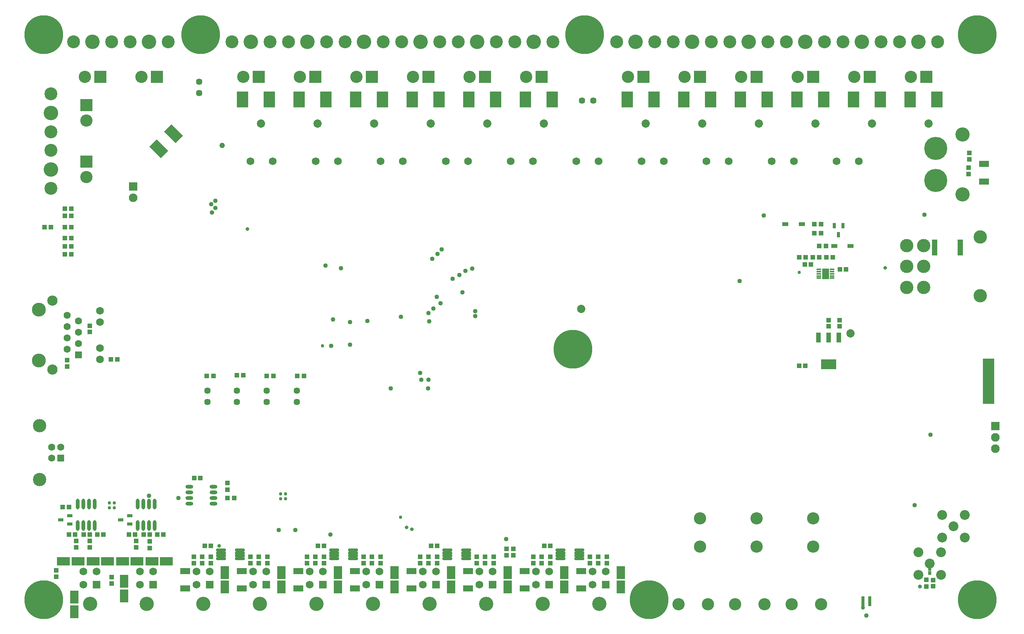
<source format=gbr>
%TF.GenerationSoftware,Altium Limited,Altium Designer,22.3.1 (43)*%
G04 Layer_Color=16711935*
%FSLAX26Y26*%
%MOIN*%
%TF.SameCoordinates,F0E5A86D-29B0-4C41-8DB9-0BED1FB65684*%
%TF.FilePolarity,Negative*%
%TF.FileFunction,Soldermask,Bot*%
%TF.Part,Single*%
G01*
G75*
%TA.AperFunction,ViaPad*%
%ADD100C,0.032000*%
%ADD103C,0.040000*%
%TA.AperFunction,NonConductor*%
%ADD128R,0.100000X0.400000*%
%TA.AperFunction,SMDPad,CuDef*%
%ADD129R,0.039496X0.043433*%
%ADD130R,0.039496X0.017449*%
%ADD131R,0.063118X0.096583*%
%ADD132R,0.029654X0.033591*%
%ADD133R,0.041465X0.039496*%
%ADD134R,0.043433X0.039496*%
%ADD135O,0.069024X0.031622*%
%ADD136O,0.090677X0.025716*%
%ADD137R,0.090677X0.058000*%
%ADD138R,0.074929X0.118236*%
%ADD139R,0.039496X0.041465*%
%ADD140R,0.055244X0.035559*%
%ADD141R,0.031622X0.045402*%
%ADD142R,0.100520X0.141858*%
%ADD143R,0.137921X0.086740*%
%ADD144R,0.043433X0.086740*%
%ADD145R,0.051307X0.139890*%
%ADD146R,0.027685X0.090677*%
%ADD147O,0.031622X0.094614*%
%ADD148R,0.118236X0.074929*%
%ADD149R,0.045402X0.031622*%
G04:AMPARAMS|DCode=150|XSize=143.827mil|YSize=92.646mil|CornerRadius=0mil|HoleSize=0mil|Usage=FLASHONLY|Rotation=315.000|XOffset=0mil|YOffset=0mil|HoleType=Round|Shape=Rectangle|*
%AMROTATEDRECTD150*
4,1,4,-0.083606,0.018095,-0.018095,0.083606,0.083606,-0.018095,0.018095,-0.083606,-0.083606,0.018095,0.0*
%
%ADD150ROTATEDRECTD150*%

%TA.AperFunction,ComponentPad*%
%ADD151C,0.040000*%
%ADD152C,0.118236*%
%ADD153C,0.063118*%
%ADD154R,0.063118X0.063118*%
%ADD155C,0.342646*%
%ADD156C,0.086740*%
%ADD157C,0.118000*%
%ADD158C,0.073000*%
%ADD159C,0.108000*%
%ADD160C,0.076898*%
%ADD161R,0.076898X0.076898*%
%ADD162R,0.108000X0.108000*%
%ADD163C,0.128079*%
%ADD164C,0.114299*%
%ADD165C,0.068000*%
%ADD166C,0.126110*%
%ADD167C,0.204850*%
%ADD168R,0.068000X0.068000*%
%ADD169R,0.108000X0.108000*%
%ADD170C,0.057213*%
%ADD171C,0.069024*%
%ADD172C,0.090677*%
%ADD173C,0.122764*%
%TA.AperFunction,ViaPad*%
%ADD174C,0.030000*%
%ADD175C,0.048000*%
%ADD176C,0.036000*%
D100*
X3050205Y4530000D02*
D03*
X8687005Y4185000D02*
D03*
X2800787Y1725000D02*
D03*
X4458110Y1887102D02*
D03*
X4504331Y1872756D02*
D03*
D103*
X7400000Y4070000D02*
D03*
X8521312Y1108584D02*
D03*
X8945000Y2085851D02*
D03*
X9085306Y2710000D02*
D03*
D128*
X9600000Y3181096D02*
D03*
D129*
X1841732Y3374843D02*
D03*
X1900787D02*
D03*
X8165472Y4280000D02*
D03*
X8224528D02*
D03*
X8118947Y4491120D02*
D03*
X8059892D02*
D03*
X8163507Y4378759D02*
D03*
X8104452D02*
D03*
X8059889Y4572010D02*
D03*
X8118944D02*
D03*
X8045512Y4280000D02*
D03*
X8104567D02*
D03*
X1415472Y2070000D02*
D03*
X1474527D02*
D03*
X2933623Y2148739D02*
D03*
X2874568D02*
D03*
X3279528Y3230000D02*
D03*
X3220472D02*
D03*
X3014528Y3235000D02*
D03*
X2955472D02*
D03*
X2690472Y3230000D02*
D03*
X2749528D02*
D03*
X3549528D02*
D03*
X3490472D02*
D03*
X1435473Y4305000D02*
D03*
X1494528D02*
D03*
X1435473Y4375000D02*
D03*
X1494528D02*
D03*
X1435473Y4645000D02*
D03*
X1494528D02*
D03*
X1435473Y4450000D02*
D03*
X1494528D02*
D03*
X1435473Y4710000D02*
D03*
X1494528D02*
D03*
D130*
X8215989Y4172301D02*
D03*
Y4152616D02*
D03*
Y4132931D02*
D03*
Y4113246D02*
D03*
Y4093561D02*
D03*
X8101028Y4172301D02*
D03*
Y4152616D02*
D03*
Y4132931D02*
D03*
Y4113246D02*
D03*
Y4093561D02*
D03*
D131*
X8158509Y4132931D02*
D03*
D132*
X9080000Y1521102D02*
D03*
Y1483701D02*
D03*
D133*
X9110000Y1422559D02*
D03*
Y1367441D02*
D03*
X3225000Y1572441D02*
D03*
Y1627559D02*
D03*
X4225000Y1572441D02*
D03*
Y1627559D02*
D03*
X5225000Y1572441D02*
D03*
Y1627559D02*
D03*
X6225000Y1572441D02*
D03*
Y1627559D02*
D03*
X8282025Y3722377D02*
D03*
Y3667258D02*
D03*
X8187025Y3722377D02*
D03*
Y3667258D02*
D03*
X1850000Y1392441D02*
D03*
Y1447559D02*
D03*
X2725000Y1627559D02*
D03*
Y1572441D02*
D03*
X3725000Y1627559D02*
D03*
Y1572441D02*
D03*
X4725000Y1627559D02*
D03*
Y1572441D02*
D03*
X5725000Y1627559D02*
D03*
Y1572441D02*
D03*
X1360000Y1452441D02*
D03*
Y1507559D02*
D03*
X1455000Y3312441D02*
D03*
Y3367559D02*
D03*
X1655000Y3672559D02*
D03*
Y3617441D02*
D03*
D134*
X9050000Y1424527D02*
D03*
Y1365472D02*
D03*
X2575000Y1629527D02*
D03*
Y1570472D02*
D03*
X3150000Y1570473D02*
D03*
Y1629528D02*
D03*
X3575000Y1629527D02*
D03*
Y1570472D02*
D03*
X4150000Y1570473D02*
D03*
Y1629528D02*
D03*
X4575000Y1629527D02*
D03*
Y1570472D02*
D03*
X5150000Y1570473D02*
D03*
Y1629528D02*
D03*
X5575000Y1629527D02*
D03*
Y1570472D02*
D03*
X6150000Y1570473D02*
D03*
Y1629528D02*
D03*
X9429353Y5144176D02*
D03*
Y5203231D02*
D03*
X2872596Y2280869D02*
D03*
Y2221814D02*
D03*
X2065000Y1769528D02*
D03*
Y1710473D02*
D03*
X2185000Y1764528D02*
D03*
Y1705473D02*
D03*
X1655068Y1769528D02*
D03*
Y1710473D02*
D03*
X1535000Y1769528D02*
D03*
Y1710473D02*
D03*
X3075000Y1570472D02*
D03*
Y1629527D02*
D03*
X2650000Y1629528D02*
D03*
Y1570473D02*
D03*
X4075000Y1570472D02*
D03*
Y1629527D02*
D03*
X3650000Y1629528D02*
D03*
Y1570473D02*
D03*
X4650000Y1629528D02*
D03*
Y1570473D02*
D03*
X5075000Y1570472D02*
D03*
Y1629527D02*
D03*
X5650000Y1629528D02*
D03*
Y1570473D02*
D03*
X6075000Y1570472D02*
D03*
Y1629527D02*
D03*
X5338976Y1640158D02*
D03*
Y1699213D02*
D03*
X5398499Y1699218D02*
D03*
Y1640163D02*
D03*
X9424353Y5013483D02*
D03*
Y5072538D02*
D03*
D135*
X2537951Y2099412D02*
D03*
Y2149412D02*
D03*
Y2199412D02*
D03*
Y2249412D02*
D03*
X2750550Y2099412D02*
D03*
Y2149412D02*
D03*
Y2199412D02*
D03*
Y2249412D02*
D03*
D136*
X2816339Y1611614D02*
D03*
Y1637205D02*
D03*
Y1662795D02*
D03*
Y1688386D02*
D03*
X2983661Y1611614D02*
D03*
Y1637205D02*
D03*
Y1662795D02*
D03*
Y1688386D02*
D03*
X3816339Y1611614D02*
D03*
Y1637205D02*
D03*
Y1662795D02*
D03*
Y1688386D02*
D03*
X3983661Y1611614D02*
D03*
Y1637205D02*
D03*
Y1662795D02*
D03*
Y1688386D02*
D03*
X4816339Y1611614D02*
D03*
Y1637205D02*
D03*
Y1662795D02*
D03*
Y1688386D02*
D03*
X4983661Y1611614D02*
D03*
Y1637205D02*
D03*
Y1662795D02*
D03*
Y1688386D02*
D03*
X5816339Y1611614D02*
D03*
Y1637205D02*
D03*
Y1662795D02*
D03*
Y1688386D02*
D03*
X5983661Y1611614D02*
D03*
Y1637205D02*
D03*
Y1662795D02*
D03*
Y1688386D02*
D03*
D137*
X3000000Y1503150D02*
D03*
Y1346850D02*
D03*
X4000000Y1503150D02*
D03*
Y1346850D02*
D03*
X5000000Y1503150D02*
D03*
Y1346850D02*
D03*
X6000000Y1503150D02*
D03*
Y1346850D02*
D03*
X2500000D02*
D03*
Y1503150D02*
D03*
X3500000Y1346850D02*
D03*
Y1503150D02*
D03*
X4500000Y1346850D02*
D03*
Y1503150D02*
D03*
X5500000Y1346850D02*
D03*
Y1503150D02*
D03*
X9560923Y4947599D02*
D03*
Y5103898D02*
D03*
D138*
X3350000Y1361024D02*
D03*
Y1488976D02*
D03*
X4350000Y1361024D02*
D03*
Y1488976D02*
D03*
X5350000Y1361024D02*
D03*
Y1488976D02*
D03*
X6350000Y1361024D02*
D03*
Y1488976D02*
D03*
X1959764Y1282874D02*
D03*
Y1410827D02*
D03*
X2850000Y1488976D02*
D03*
Y1361024D02*
D03*
X3850000Y1488976D02*
D03*
Y1361024D02*
D03*
X4850000Y1488976D02*
D03*
Y1361024D02*
D03*
X5850000Y1488976D02*
D03*
Y1361024D02*
D03*
X1519251Y1271063D02*
D03*
Y1143110D02*
D03*
D139*
X8285196Y4171316D02*
D03*
X8340314D02*
D03*
X7983016Y4279998D02*
D03*
X7927898D02*
D03*
X7974803Y4215297D02*
D03*
X8029921D02*
D03*
X2132441Y1825000D02*
D03*
X2187559D02*
D03*
X7925458Y3320000D02*
D03*
X7980576D02*
D03*
X2057559Y1825000D02*
D03*
X2002441D02*
D03*
X2307559D02*
D03*
X2252441D02*
D03*
X1527559D02*
D03*
X1472441D02*
D03*
X1777559D02*
D03*
X1722441D02*
D03*
X1657559D02*
D03*
X1602441D02*
D03*
X2727559Y1725000D02*
D03*
X2672441D02*
D03*
X3727559D02*
D03*
X3672441D02*
D03*
X4727559D02*
D03*
X4672441D02*
D03*
X5727559D02*
D03*
X5672441D02*
D03*
X2634646Y2325551D02*
D03*
X2579528D02*
D03*
X1492559Y4545000D02*
D03*
X1437441D02*
D03*
X1312559D02*
D03*
X1257441D02*
D03*
D140*
X8235585Y4378764D02*
D03*
X8381254D02*
D03*
X7804324Y4571268D02*
D03*
X7949994D02*
D03*
D141*
X8274087Y4478324D02*
D03*
X8311488Y4559033D02*
D03*
X8236685D02*
D03*
D142*
X8905906Y5675000D02*
D03*
X9144094D02*
D03*
X8405906D02*
D03*
X8644094D02*
D03*
X7905905D02*
D03*
X8144095D02*
D03*
X7405905D02*
D03*
X7644095D02*
D03*
X6905905D02*
D03*
X7144095D02*
D03*
X6405905D02*
D03*
X6644095D02*
D03*
X5505905D02*
D03*
X5744095D02*
D03*
X5005905D02*
D03*
X5244095D02*
D03*
X4505905D02*
D03*
X4744095D02*
D03*
X4005905D02*
D03*
X4244095D02*
D03*
X3505905D02*
D03*
X3744095D02*
D03*
X3005905D02*
D03*
X3244095D02*
D03*
D143*
X8187025Y3331707D02*
D03*
D144*
X8277576Y3567928D02*
D03*
X8187025D02*
D03*
X8096474D02*
D03*
D145*
X9122347Y4366473D02*
D03*
X9350694D02*
D03*
D146*
X8550371Y1234331D02*
D03*
X8491316D02*
D03*
D147*
X2080000Y2094488D02*
D03*
X2130000D02*
D03*
X2180000D02*
D03*
X2230000D02*
D03*
X2080000Y1905512D02*
D03*
X2130000D02*
D03*
X2180000D02*
D03*
X2230000D02*
D03*
X1550000Y2094488D02*
D03*
X1600000D02*
D03*
X1650000D02*
D03*
X1700000D02*
D03*
X1550000Y1905512D02*
D03*
X1600000D02*
D03*
X1650000D02*
D03*
X1700000D02*
D03*
D148*
X2333976Y1589153D02*
D03*
X2206024D02*
D03*
X1946429Y1588252D02*
D03*
X2074382D02*
D03*
X1423819Y1589153D02*
D03*
X1551772D02*
D03*
X1813976D02*
D03*
X1686024D02*
D03*
D149*
X1929646Y1955000D02*
D03*
X2010354Y1917598D02*
D03*
Y1992402D02*
D03*
X1399646Y1955000D02*
D03*
X1480354Y1917598D02*
D03*
Y1992402D02*
D03*
D150*
X2265648Y5238598D02*
D03*
X2397883Y5370833D02*
D03*
D151*
X5335615Y1783753D02*
D03*
X4722379Y3928004D02*
D03*
X4755440Y3872326D02*
D03*
X4948760Y3969762D02*
D03*
X4407375Y3753168D02*
D03*
X4693147Y3825000D02*
D03*
X4651264Y3784487D02*
D03*
X4656387Y3713076D02*
D03*
X5062766Y3758736D02*
D03*
Y3802932D02*
D03*
X4766456Y4350000D02*
D03*
X4728647Y4310000D02*
D03*
X4682051Y4264487D02*
D03*
X5037601Y4178553D02*
D03*
X4975271Y4158000D02*
D03*
X4922268Y4122876D02*
D03*
X4864123Y4088736D02*
D03*
X4110000Y3714047D02*
D03*
X3955000Y3705000D02*
D03*
X3805000Y3730000D02*
D03*
X4645000Y3120000D02*
D03*
X4650000Y3195000D02*
D03*
X4585000D02*
D03*
X4575000Y3255000D02*
D03*
X9033681Y4655327D02*
D03*
X2737626Y4676672D02*
D03*
X2767375Y4714074D02*
D03*
X2729449Y4748453D02*
D03*
X2767375Y4779665D02*
D03*
X7613032Y4648032D02*
D03*
X3876912Y4181123D02*
D03*
X3740668Y4206393D02*
D03*
X3790000Y3495000D02*
D03*
X3955000Y3503534D02*
D03*
X4315000Y3120000D02*
D03*
X3782235Y1824733D02*
D03*
X3472398Y1865188D02*
D03*
X3325000D02*
D03*
X2438347Y2148739D02*
D03*
X2180000Y2170000D02*
D03*
D152*
X1213858Y2312992D02*
D03*
Y2787008D02*
D03*
D153*
X1320158Y2500787D02*
D03*
Y2599213D02*
D03*
X1398898D02*
D03*
X1555000Y3515000D02*
D03*
Y3615000D02*
D03*
Y3715000D02*
D03*
X1455000Y3465000D02*
D03*
Y3565000D02*
D03*
Y3665000D02*
D03*
Y3765000D02*
D03*
D154*
X1398898Y2500787D02*
D03*
X1555000Y3415000D02*
D03*
D155*
X5925000Y3466363D02*
D03*
X9500000Y1250000D02*
D03*
X6030000Y6250000D02*
D03*
X2635000D02*
D03*
X9500000D02*
D03*
X1250000D02*
D03*
X6600000Y1250000D02*
D03*
X1250000D02*
D03*
D156*
X9080000Y1570000D02*
D03*
X8980000Y1670000D02*
D03*
X9180000D02*
D03*
Y1470000D02*
D03*
X8980000D02*
D03*
X9290000Y1900000D02*
D03*
X9190000Y1800000D02*
D03*
Y2000000D02*
D03*
X9390000D02*
D03*
Y1800000D02*
D03*
D157*
X9526869Y4456958D02*
D03*
Y3936958D02*
D03*
X8876869Y4011958D02*
D03*
Y4196958D02*
D03*
Y4381958D02*
D03*
X9026869Y4011958D02*
D03*
Y4196958D02*
D03*
Y4381958D02*
D03*
D158*
X8379286Y3605073D02*
D03*
X5998693Y3820126D02*
D03*
X3670000Y5462005D02*
D03*
X4170000D02*
D03*
X4670000D02*
D03*
X5170000D02*
D03*
X5670000D02*
D03*
X6570000D02*
D03*
X7070000D02*
D03*
X7570000D02*
D03*
X8070000D02*
D03*
X8570000D02*
D03*
X9070000D02*
D03*
X3170000D02*
D03*
D159*
X8050000Y1720000D02*
D03*
Y1970000D02*
D03*
X8120000Y1210000D02*
D03*
X7860000D02*
D03*
X3012205Y5875000D02*
D03*
X7050000Y1720000D02*
D03*
Y1970000D02*
D03*
X7120000Y1210000D02*
D03*
X6860000D02*
D03*
X7360000D02*
D03*
X7620000D02*
D03*
X7550000Y1970000D02*
D03*
Y1720000D02*
D03*
X3512205Y5875000D02*
D03*
X4012205D02*
D03*
X4512205D02*
D03*
X5012205D02*
D03*
X5512205D02*
D03*
X6412205D02*
D03*
X6912205D02*
D03*
X7412205D02*
D03*
X7912205D02*
D03*
X8412205D02*
D03*
X8912205D02*
D03*
X1612205D02*
D03*
X1625000Y5487205D02*
D03*
Y4987205D02*
D03*
X2112205Y5875000D02*
D03*
D160*
X2038428Y4806425D02*
D03*
X9660914Y2585000D02*
D03*
Y2685000D02*
D03*
D161*
X2038428Y4906425D02*
D03*
X9660914Y2785000D02*
D03*
D162*
X3150000Y5875000D02*
D03*
X3650000D02*
D03*
X4150000D02*
D03*
X4650000D02*
D03*
X5150000D02*
D03*
X5650000D02*
D03*
X6550000D02*
D03*
X7050000D02*
D03*
X7550000D02*
D03*
X8050000D02*
D03*
X8550000D02*
D03*
X9050000D02*
D03*
X1750000D02*
D03*
X2250000D02*
D03*
D163*
X3081102Y6186417D02*
D03*
X3581102D02*
D03*
X4081102D02*
D03*
X4581102D02*
D03*
X5081102D02*
D03*
X5581102D02*
D03*
X6481102D02*
D03*
X6981102D02*
D03*
X7481102D02*
D03*
X7981102D02*
D03*
X8481102D02*
D03*
X8981102D02*
D03*
X1681102D02*
D03*
X1313583Y5556102D02*
D03*
Y5056102D02*
D03*
X2181102Y6186417D02*
D03*
D164*
X3248425D02*
D03*
X2913780D02*
D03*
X3748425D02*
D03*
X3413780D02*
D03*
X4248425D02*
D03*
X3913780D02*
D03*
X4748425D02*
D03*
X4413779D02*
D03*
X5248425D02*
D03*
X4913779D02*
D03*
X5748425D02*
D03*
X5413779D02*
D03*
X6648425D02*
D03*
X6313779D02*
D03*
X7148425D02*
D03*
X6813779D02*
D03*
X7648425D02*
D03*
X7313779D02*
D03*
X8148425D02*
D03*
X7813779D02*
D03*
X8648425D02*
D03*
X8313780D02*
D03*
X9148425D02*
D03*
X8813780D02*
D03*
X1848425D02*
D03*
X1513780D02*
D03*
X1313583Y5723425D02*
D03*
Y5388779D02*
D03*
Y4888779D02*
D03*
Y5223425D02*
D03*
X2348425Y6186417D02*
D03*
X2013780D02*
D03*
D165*
X7681575Y5130000D02*
D03*
X7878425D02*
D03*
X4226575D02*
D03*
X4423425D02*
D03*
X8256575D02*
D03*
X8453425D02*
D03*
X5376575D02*
D03*
X5573425D02*
D03*
X4801575D02*
D03*
X4998425D02*
D03*
X5956575D02*
D03*
X6153425D02*
D03*
X3076575D02*
D03*
X3273425D02*
D03*
X3651575D02*
D03*
X3848425D02*
D03*
X6531575D02*
D03*
X6728425D02*
D03*
X7106575D02*
D03*
X7303425D02*
D03*
X2100000Y1381890D02*
D03*
X2218110Y1500000D02*
D03*
X2100000D02*
D03*
X1600000Y1381890D02*
D03*
X1718110Y1500000D02*
D03*
X1600000D02*
D03*
X2600000D02*
D03*
X2718110D02*
D03*
X2600000Y1381890D02*
D03*
X3100000Y1500000D02*
D03*
X3218110D02*
D03*
X3100000Y1381890D02*
D03*
X3600000Y1500000D02*
D03*
X3718110D02*
D03*
X3600000Y1381890D02*
D03*
X4099994Y1499998D02*
D03*
X4218105D02*
D03*
X4099994Y1381888D02*
D03*
X4600000Y1500000D02*
D03*
X4718110D02*
D03*
X4600000Y1381890D02*
D03*
X5099994Y1499998D02*
D03*
X5218105D02*
D03*
X5099994Y1381888D02*
D03*
X5600000Y1500000D02*
D03*
X5718110D02*
D03*
X5600000Y1381890D02*
D03*
X6099994Y1499998D02*
D03*
X6218105D02*
D03*
X6099994Y1381888D02*
D03*
D166*
X9370000Y4834252D02*
D03*
Y5365748D02*
D03*
X2159055Y1211811D02*
D03*
X1659055D02*
D03*
X2659055D02*
D03*
X3159055D02*
D03*
X3659055D02*
D03*
X4159050Y1211809D02*
D03*
X4659055Y1211811D02*
D03*
X5159050Y1211809D02*
D03*
X5659055Y1211811D02*
D03*
X6159050Y1211809D02*
D03*
D167*
X9133780Y4958268D02*
D03*
Y5241732D02*
D03*
D168*
X2218110Y1381890D02*
D03*
X1718110D02*
D03*
X2718110D02*
D03*
X3218110D02*
D03*
X3718110D02*
D03*
X4218105Y1381888D02*
D03*
X4718110Y1381890D02*
D03*
X5218105Y1381888D02*
D03*
X5718110Y1381890D02*
D03*
X6218105Y1381888D02*
D03*
D169*
X1625000Y5625000D02*
D03*
Y5125000D02*
D03*
D170*
X2623851Y5831097D02*
D03*
Y5731097D02*
D03*
X6105000Y5665158D02*
D03*
X6005000D02*
D03*
X2695000Y3100000D02*
D03*
Y3000000D02*
D03*
X2955000Y3100000D02*
D03*
Y3000000D02*
D03*
X3220000Y3100000D02*
D03*
Y3000000D02*
D03*
X3485000Y3100000D02*
D03*
Y3000000D02*
D03*
D171*
X1745158Y3474843D02*
D03*
Y3705157D02*
D03*
Y3374843D02*
D03*
Y3805157D02*
D03*
D172*
X1325079Y3285079D02*
D03*
Y3894921D02*
D03*
D173*
X1205000Y3365000D02*
D03*
Y3815000D02*
D03*
D174*
X3714119Y3496215D02*
D03*
X7925458Y4146187D02*
D03*
X4404308Y1980000D02*
D03*
X1828347Y2063346D02*
D03*
Y2106653D02*
D03*
X1871653Y2063346D02*
D03*
Y2106653D02*
D03*
X3343347Y2186653D02*
D03*
X3386654D02*
D03*
X3343347Y2143347D02*
D03*
X3386654D02*
D03*
D175*
X2825238Y5269580D02*
D03*
D176*
X8490000Y1177598D02*
D03*
X8992528Y1365472D02*
D03*
%TF.MD5,4e0849fd2309ac83507f99584cf76191*%
M02*

</source>
